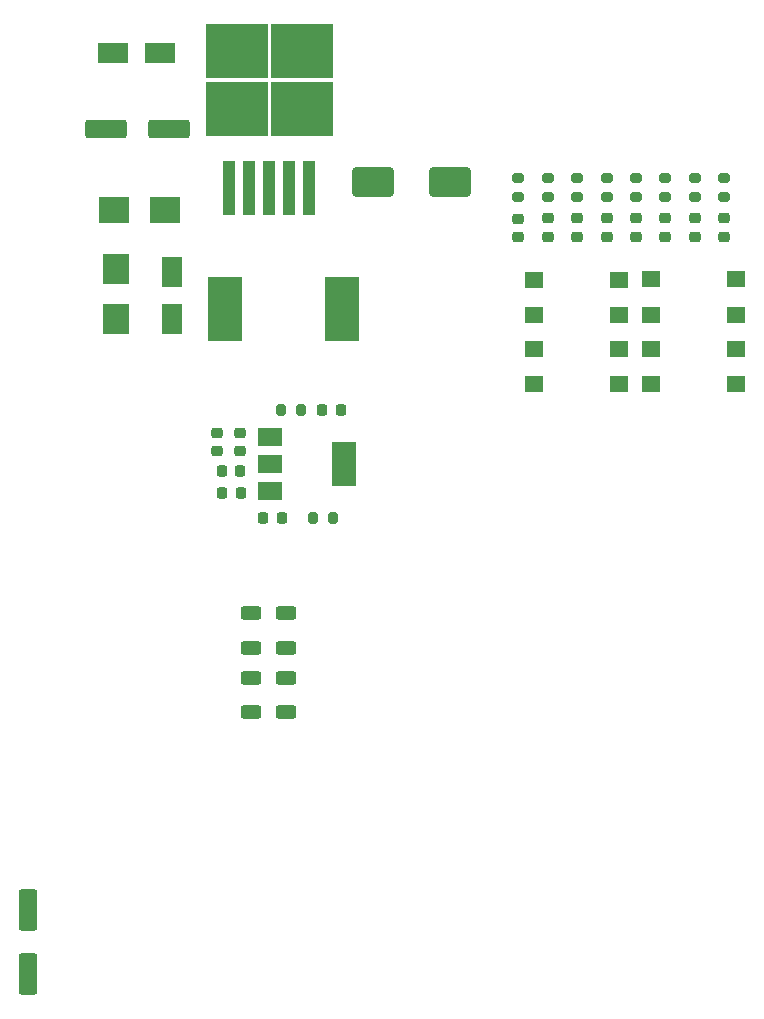
<source format=gbr>
%TF.GenerationSoftware,KiCad,Pcbnew,6.0.8-f2edbf62ab~116~ubuntu20.04.1*%
%TF.CreationDate,2022-10-27T00:05:34+05:30*%
%TF.ProjectId,sra_dev_board_2022,7372615f-6465-4765-9f62-6f6172645f32,rev?*%
%TF.SameCoordinates,Original*%
%TF.FileFunction,Paste,Top*%
%TF.FilePolarity,Positive*%
%FSLAX46Y46*%
G04 Gerber Fmt 4.6, Leading zero omitted, Abs format (unit mm)*
G04 Created by KiCad (PCBNEW 6.0.8-f2edbf62ab~116~ubuntu20.04.1) date 2022-10-27 00:05:34*
%MOMM*%
%LPD*%
G01*
G04 APERTURE LIST*
G04 Aperture macros list*
%AMRoundRect*
0 Rectangle with rounded corners*
0 $1 Rounding radius*
0 $2 $3 $4 $5 $6 $7 $8 $9 X,Y pos of 4 corners*
0 Add a 4 corners polygon primitive as box body*
4,1,4,$2,$3,$4,$5,$6,$7,$8,$9,$2,$3,0*
0 Add four circle primitives for the rounded corners*
1,1,$1+$1,$2,$3*
1,1,$1+$1,$4,$5*
1,1,$1+$1,$6,$7*
1,1,$1+$1,$8,$9*
0 Add four rect primitives between the rounded corners*
20,1,$1+$1,$2,$3,$4,$5,0*
20,1,$1+$1,$4,$5,$6,$7,0*
20,1,$1+$1,$6,$7,$8,$9,0*
20,1,$1+$1,$8,$9,$2,$3,0*%
G04 Aperture macros list end*
%ADD10RoundRect,0.200000X0.275000X-0.200000X0.275000X0.200000X-0.275000X0.200000X-0.275000X-0.200000X0*%
%ADD11RoundRect,0.225000X0.250000X-0.225000X0.250000X0.225000X-0.250000X0.225000X-0.250000X-0.225000X0*%
%ADD12R,1.800000X2.500000*%
%ADD13RoundRect,0.218750X-0.256250X0.218750X-0.256250X-0.218750X0.256250X-0.218750X0.256250X0.218750X0*%
%ADD14R,2.300000X2.500000*%
%ADD15RoundRect,0.250000X-1.500000X-1.000000X1.500000X-1.000000X1.500000X1.000000X-1.500000X1.000000X0*%
%ADD16R,2.500000X2.300000*%
%ADD17R,1.600000X1.400000*%
%ADD18RoundRect,0.250000X-0.550000X1.500000X-0.550000X-1.500000X0.550000X-1.500000X0.550000X1.500000X0*%
%ADD19RoundRect,0.218750X-0.218750X-0.256250X0.218750X-0.256250X0.218750X0.256250X-0.218750X0.256250X0*%
%ADD20RoundRect,0.200000X0.200000X0.275000X-0.200000X0.275000X-0.200000X-0.275000X0.200000X-0.275000X0*%
%ADD21RoundRect,0.250000X0.625000X-0.312500X0.625000X0.312500X-0.625000X0.312500X-0.625000X-0.312500X0*%
%ADD22RoundRect,0.200000X-0.200000X-0.275000X0.200000X-0.275000X0.200000X0.275000X-0.200000X0.275000X0*%
%ADD23RoundRect,0.250000X1.500000X0.550000X-1.500000X0.550000X-1.500000X-0.550000X1.500000X-0.550000X0*%
%ADD24R,2.500000X1.800000*%
%ADD25R,2.895600X5.410200*%
%ADD26RoundRect,0.225000X0.225000X0.250000X-0.225000X0.250000X-0.225000X-0.250000X0.225000X-0.250000X0*%
%ADD27R,2.000000X1.500000*%
%ADD28R,2.000000X3.800000*%
%ADD29R,5.250000X4.550000*%
%ADD30R,1.100000X4.600000*%
%ADD31RoundRect,0.218750X0.218750X0.256250X-0.218750X0.256250X-0.218750X-0.256250X0.218750X-0.256250X0*%
G04 APERTURE END LIST*
D10*
%TO.C,R7*%
X132680000Y-45896250D03*
X132680000Y-44246250D03*
%TD*%
%TO.C,R1*%
X117720000Y-45912500D03*
X117720000Y-44262500D03*
%TD*%
D11*
%TO.C,C5*%
X94170000Y-67386847D03*
X94170000Y-65836847D03*
%TD*%
D12*
%TO.C,D13*%
X88438853Y-52230000D03*
X88438853Y-56230000D03*
%TD*%
D13*
%TO.C,D2*%
X120250000Y-47683750D03*
X120250000Y-49258750D03*
%TD*%
D14*
%TO.C,D9*%
X83690000Y-56230000D03*
X83690000Y-51930000D03*
%TD*%
D13*
%TO.C,D4*%
X125220000Y-47692500D03*
X125220000Y-49267500D03*
%TD*%
D15*
%TO.C,C2*%
X105452500Y-44600000D03*
X111952500Y-44600000D03*
%TD*%
D16*
%TO.C,D14*%
X87850000Y-47000000D03*
X83550000Y-47000000D03*
%TD*%
D10*
%TO.C,R6*%
X130180000Y-45896250D03*
X130180000Y-44246250D03*
%TD*%
D17*
%TO.C,SW2*%
X126270000Y-58740000D03*
X119070000Y-58740000D03*
X126270000Y-61740000D03*
X119070000Y-61740000D03*
%TD*%
D10*
%TO.C,R4*%
X125220000Y-45905000D03*
X125220000Y-44255000D03*
%TD*%
D13*
%TO.C,D6*%
X130180000Y-47683750D03*
X130180000Y-49258750D03*
%TD*%
%TO.C,D1*%
X117740000Y-47700000D03*
X117740000Y-49275000D03*
%TD*%
D18*
%TO.C,C7*%
X76200000Y-106266000D03*
X76200000Y-111666000D03*
%TD*%
D10*
%TO.C,R2*%
X120250000Y-45896250D03*
X120250000Y-44246250D03*
%TD*%
D13*
%TO.C,D7*%
X132680000Y-47683750D03*
X132680000Y-49258750D03*
%TD*%
D19*
%TO.C,D11*%
X101125000Y-63890000D03*
X102700000Y-63890000D03*
%TD*%
D10*
%TO.C,R3*%
X122730000Y-45896250D03*
X122730000Y-44246250D03*
%TD*%
%TO.C,R8*%
X135190000Y-45896250D03*
X135190000Y-44246250D03*
%TD*%
D17*
%TO.C,SW4*%
X136203500Y-52850000D03*
X129003500Y-52850000D03*
X136203500Y-55850000D03*
X129003500Y-55850000D03*
%TD*%
D13*
%TO.C,D3*%
X122730000Y-47683750D03*
X122730000Y-49258750D03*
%TD*%
D20*
%TO.C,R10*%
X99335000Y-63890000D03*
X97685000Y-63890000D03*
%TD*%
D21*
%TO.C,R14*%
X95100000Y-89492500D03*
X95100000Y-86567500D03*
%TD*%
D13*
%TO.C,D8*%
X135190000Y-47683750D03*
X135190000Y-49258750D03*
%TD*%
D17*
%TO.C,SW1*%
X126274490Y-52860000D03*
X119074490Y-52860000D03*
X126274490Y-55860000D03*
X119074490Y-55860000D03*
%TD*%
D21*
%TO.C,R12*%
X95080000Y-84062500D03*
X95080000Y-81137500D03*
%TD*%
D11*
%TO.C,C4*%
X92230000Y-67376847D03*
X92230000Y-65826847D03*
%TD*%
D22*
%TO.C,R9*%
X100375000Y-73090000D03*
X102025000Y-73090000D03*
%TD*%
D23*
%TO.C,C1*%
X88200000Y-40100000D03*
X82800000Y-40100000D03*
%TD*%
D21*
%TO.C,R11*%
X98070000Y-84052500D03*
X98070000Y-81127500D03*
%TD*%
D24*
%TO.C,D12*%
X87400000Y-33700000D03*
X83400000Y-33700000D03*
%TD*%
D17*
%TO.C,SW3*%
X136200000Y-58720000D03*
X129000000Y-58720000D03*
X136200000Y-61720000D03*
X129000000Y-61720000D03*
%TD*%
D13*
%TO.C,D5*%
X127700000Y-47683750D03*
X127700000Y-49258750D03*
%TD*%
D25*
%TO.C,L1*%
X92937735Y-55380000D03*
X102843735Y-55380000D03*
%TD*%
D26*
%TO.C,C6*%
X94175000Y-69111847D03*
X92625000Y-69111847D03*
%TD*%
%TO.C,C3*%
X94225000Y-70911847D03*
X92675000Y-70911847D03*
%TD*%
D27*
%TO.C,U2*%
X96700000Y-66180000D03*
X96700000Y-68480000D03*
D28*
X103000000Y-68480000D03*
D27*
X96700000Y-70780000D03*
%TD*%
D21*
%TO.C,R13*%
X98100000Y-89502500D03*
X98100000Y-86577500D03*
%TD*%
D29*
%TO.C,U5*%
X99435000Y-33540000D03*
X93885000Y-38390000D03*
X93885000Y-33540000D03*
X99435000Y-38390000D03*
D30*
X93260000Y-45115000D03*
X94960000Y-45115000D03*
X96660000Y-45115000D03*
X98360000Y-45115000D03*
X100060000Y-45115000D03*
%TD*%
D10*
%TO.C,R5*%
X127700000Y-45896250D03*
X127700000Y-44246250D03*
%TD*%
D31*
%TO.C,D10*%
X97737500Y-73090000D03*
X96162500Y-73090000D03*
%TD*%
M02*

</source>
